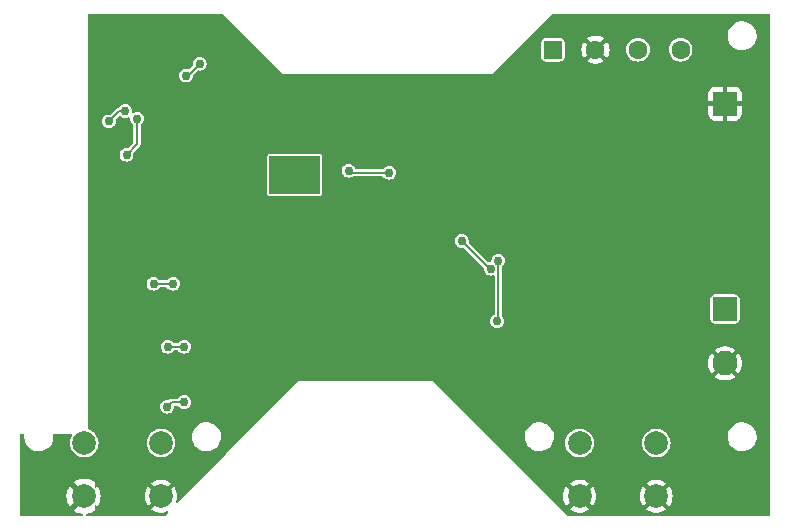
<source format=gbl>
%TF.GenerationSoftware,KiCad,Pcbnew,7.0.5+dfsg-2*%
%TF.CreationDate,2023-08-29T10:22:54-04:00*%
%TF.ProjectId,proto1_0,70726f74-6f31-45f3-902e-6b696361645f,rev?*%
%TF.SameCoordinates,Original*%
%TF.FileFunction,Copper,L2,Bot*%
%TF.FilePolarity,Positive*%
%FSLAX46Y46*%
G04 Gerber Fmt 4.6, Leading zero omitted, Abs format (unit mm)*
G04 Created by KiCad (PCBNEW 7.0.5+dfsg-2) date 2023-08-29 10:22:54*
%MOMM*%
%LPD*%
G01*
G04 APERTURE LIST*
G04 Aperture macros list*
%AMRoundRect*
0 Rectangle with rounded corners*
0 $1 Rounding radius*
0 $2 $3 $4 $5 $6 $7 $8 $9 X,Y pos of 4 corners*
0 Add a 4 corners polygon primitive as box body*
4,1,4,$2,$3,$4,$5,$6,$7,$8,$9,$2,$3,0*
0 Add four circle primitives for the rounded corners*
1,1,$1+$1,$2,$3*
1,1,$1+$1,$4,$5*
1,1,$1+$1,$6,$7*
1,1,$1+$1,$8,$9*
0 Add four rect primitives between the rounded corners*
20,1,$1+$1,$2,$3,$4,$5,0*
20,1,$1+$1,$4,$5,$6,$7,0*
20,1,$1+$1,$6,$7,$8,$9,0*
20,1,$1+$1,$8,$9,$2,$3,0*%
G04 Aperture macros list end*
%TA.AperFunction,ComponentPad*%
%ADD10RoundRect,0.250001X-0.799999X0.799999X-0.799999X-0.799999X0.799999X-0.799999X0.799999X0.799999X0*%
%TD*%
%TA.AperFunction,ComponentPad*%
%ADD11C,2.100000*%
%TD*%
%TA.AperFunction,ComponentPad*%
%ADD12RoundRect,0.250001X-0.799999X-0.799999X0.799999X-0.799999X0.799999X0.799999X-0.799999X0.799999X0*%
%TD*%
%TA.AperFunction,ComponentPad*%
%ADD13RoundRect,0.250000X-0.550000X-0.550000X0.550000X-0.550000X0.550000X0.550000X-0.550000X0.550000X0*%
%TD*%
%TA.AperFunction,ComponentPad*%
%ADD14C,1.600000*%
%TD*%
%TA.AperFunction,ComponentPad*%
%ADD15C,2.000000*%
%TD*%
%TA.AperFunction,ViaPad*%
%ADD16C,0.762000*%
%TD*%
%TA.AperFunction,Conductor*%
%ADD17C,0.203200*%
%TD*%
G04 APERTURE END LIST*
D10*
%TO.P,BT1,1,+*%
%TO.N,VCC*%
X136525000Y-75805000D03*
D11*
%TO.P,BT1,2,-*%
%TO.N,GND*%
X136525000Y-80405000D03*
%TD*%
D12*
%TO.P,J3,1,Pin_1*%
%TO.N,GND*%
X136525000Y-58420000D03*
%TD*%
D13*
%TO.P,J1,1,Pin_1*%
%TO.N,/E+*%
X121959000Y-53848000D03*
D14*
%TO.P,J1,2,Pin_2*%
%TO.N,GND*%
X125559000Y-53848000D03*
%TO.P,J1,3,Pin_3*%
%TO.N,/Aout+*%
X129159000Y-53848000D03*
%TO.P,J1,4,Pin_4*%
%TO.N,/Aout-*%
X132759000Y-53848000D03*
%TD*%
D15*
%TO.P,SW1,1,1*%
%TO.N,/SW1*%
X88771800Y-87158000D03*
X82271800Y-87158000D03*
%TO.P,SW1,2,2*%
%TO.N,GND*%
X88771800Y-91658000D03*
X82271800Y-91658000D03*
%TD*%
%TO.P,SW2,1,1*%
%TO.N,/SW2*%
X130707200Y-87158000D03*
X124207200Y-87158000D03*
%TO.P,SW2,2,2*%
%TO.N,GND*%
X130707200Y-91658000D03*
X124207200Y-91658000D03*
%TD*%
D16*
%TO.N,/ADC_CLK*%
X114236500Y-70040500D03*
X116691451Y-72390000D03*
%TO.N,GND*%
X131953000Y-78994000D03*
%TO.N,VCC*%
X101727000Y-65659000D03*
X100711000Y-65659000D03*
X98425000Y-65659000D03*
X98552000Y-63246000D03*
X101727000Y-63246000D03*
X100711000Y-63246000D03*
X99568000Y-63246000D03*
X99568000Y-65659000D03*
%TO.N,/ADC_CLK*%
X104648000Y-64084700D03*
X108077000Y-64262000D03*
%TO.N,/~{PWDN}*%
X117221000Y-76835000D03*
X117325951Y-71704700D03*
%TO.N,/~{VDDA_ON}*%
X92041962Y-55024038D03*
X90901538Y-56037462D03*
%TO.N,/DEBUG1*%
X89281000Y-84074000D03*
X90723220Y-83693000D03*
%TO.N,/DEBUG2*%
X89352620Y-78994000D03*
X90723220Y-78994000D03*
%TO.N,/DEBUG3*%
X89789000Y-73660000D03*
X88138000Y-73660000D03*
%TO.N,GND*%
X118745000Y-83185000D03*
X85090000Y-51308000D03*
X89154000Y-59309000D03*
X86106000Y-82169000D03*
%TO.N,/SWDIO*%
X85852000Y-62738000D03*
X86741000Y-59690000D03*
%TO.N,/SWDCLK*%
X84351419Y-59920581D03*
X85725000Y-59055000D03*
%TO.N,GND*%
X116586000Y-65659000D03*
X123571000Y-64897000D03*
X132207000Y-71869000D03*
X90678000Y-58039000D03*
X90424000Y-62738000D03*
X84963000Y-71628000D03*
X84582000Y-65024000D03*
X128016000Y-71374000D03*
X125095000Y-68834000D03*
X122047000Y-66802000D03*
%TD*%
D17*
%TO.N,/ADC_CLK*%
X114236500Y-70040500D02*
X116586000Y-72390000D01*
X116586000Y-72390000D02*
X116691451Y-72390000D01*
%TO.N,/~{PWDN}*%
X117221000Y-76835000D02*
X117325951Y-76730049D01*
X117325951Y-76730049D02*
X117325951Y-71704700D01*
%TO.N,VCC*%
X99568000Y-63246000D02*
X99568000Y-63373000D01*
%TO.N,/ADC_CLK*%
X104825300Y-64262000D02*
X104648000Y-64084700D01*
X108077000Y-64262000D02*
X104825300Y-64262000D01*
%TO.N,/~{VDDA_ON}*%
X90901538Y-56037462D02*
X91028538Y-56037462D01*
X91028538Y-56037462D02*
X92041962Y-55024038D01*
%TO.N,/DEBUG1*%
X89662000Y-83693000D02*
X89281000Y-84074000D01*
X90723220Y-83693000D02*
X89662000Y-83693000D01*
%TO.N,/DEBUG2*%
X89352620Y-78994000D02*
X90723220Y-78994000D01*
%TO.N,/DEBUG3*%
X88138000Y-73660000D02*
X89789000Y-73660000D01*
%TO.N,/SWDIO*%
X86741000Y-59690000D02*
X86741000Y-61849000D01*
X86741000Y-61849000D02*
X85852000Y-62738000D01*
%TO.N,/SWDCLK*%
X85217000Y-59055000D02*
X84351419Y-59920581D01*
X85725000Y-59055000D02*
X85217000Y-59055000D01*
%TD*%
%TA.AperFunction,Conductor*%
%TO.N,GND*%
G36*
X77159081Y-86379213D02*
G01*
X77195626Y-86429513D01*
X77200448Y-86465111D01*
X77191279Y-86669294D01*
X77191279Y-86669295D01*
X77220938Y-86888249D01*
X77220939Y-86888252D01*
X77289217Y-87098388D01*
X77342834Y-87198027D01*
X77393920Y-87292960D01*
X77531683Y-87465708D01*
X77698077Y-87611083D01*
X77698081Y-87611085D01*
X77698083Y-87611087D01*
X77887757Y-87724411D01*
X78094619Y-87802048D01*
X78094623Y-87802049D01*
X78312017Y-87841499D01*
X78312023Y-87841500D01*
X78312024Y-87841500D01*
X78477629Y-87841500D01*
X78477633Y-87841500D01*
X78642565Y-87826656D01*
X78855556Y-87767874D01*
X79054629Y-87672006D01*
X79233384Y-87542132D01*
X79386078Y-87382427D01*
X79507801Y-87198025D01*
X79594641Y-86994852D01*
X79643808Y-86779437D01*
X79653721Y-86558706D01*
X79642260Y-86474103D01*
X79653363Y-86412928D01*
X79698303Y-86369962D01*
X79741951Y-86360000D01*
X81164026Y-86360000D01*
X81223157Y-86379213D01*
X81259702Y-86429513D01*
X81259702Y-86491687D01*
X81246234Y-86517525D01*
X81246458Y-86517664D01*
X81244590Y-86520680D01*
X81244306Y-86521226D01*
X81244009Y-86521619D01*
X81244008Y-86521620D01*
X81144575Y-86721306D01*
X81144574Y-86721308D01*
X81083526Y-86935870D01*
X81083525Y-86935873D01*
X81062943Y-87158000D01*
X81083525Y-87380126D01*
X81083526Y-87380129D01*
X81144574Y-87594691D01*
X81144575Y-87594693D01*
X81244006Y-87794376D01*
X81244007Y-87794377D01*
X81244009Y-87794381D01*
X81279591Y-87841499D01*
X81378444Y-87972402D01*
X81543291Y-88122681D01*
X81543295Y-88122684D01*
X81543301Y-88122689D01*
X81732966Y-88240124D01*
X81940981Y-88320710D01*
X81994795Y-88330769D01*
X82160259Y-88361700D01*
X82160261Y-88361700D01*
X82383340Y-88361700D01*
X82466071Y-88346234D01*
X82602619Y-88320710D01*
X82810634Y-88240124D01*
X83000299Y-88122689D01*
X83165156Y-87972402D01*
X83185000Y-87946124D01*
X83185000Y-90467970D01*
X83095026Y-90397941D01*
X82876408Y-90279632D01*
X82876407Y-90279631D01*
X82641289Y-90198916D01*
X82396099Y-90158000D01*
X82147500Y-90158000D01*
X81902310Y-90198916D01*
X81667192Y-90279631D01*
X81667191Y-90279632D01*
X81448571Y-90397942D01*
X81448563Y-90397948D01*
X81401742Y-90434388D01*
X81401742Y-90434389D01*
X82100231Y-91132878D01*
X81983342Y-91183651D01*
X81866061Y-91279066D01*
X81778872Y-91402585D01*
X81748445Y-91488198D01*
X81048363Y-90788117D01*
X80948069Y-90941628D01*
X80848213Y-91169279D01*
X80787185Y-91410268D01*
X80766659Y-91657994D01*
X80766659Y-91658005D01*
X80787185Y-91905731D01*
X80848213Y-92146720D01*
X80948069Y-92374371D01*
X81048363Y-92527881D01*
X81745870Y-91830374D01*
X81748684Y-91843915D01*
X81818242Y-91978156D01*
X81921438Y-92088652D01*
X82050619Y-92167209D01*
X82101801Y-92181549D01*
X81401742Y-92881609D01*
X81401742Y-92881611D01*
X81448563Y-92918052D01*
X81667191Y-93036367D01*
X81667192Y-93036368D01*
X81902310Y-93117083D01*
X82070632Y-93145172D01*
X82125795Y-93173856D01*
X82153562Y-93229485D01*
X82143329Y-93290811D01*
X82099003Y-93334410D01*
X82054074Y-93345000D01*
X76935600Y-93345000D01*
X76876469Y-93325787D01*
X76839924Y-93275487D01*
X76835000Y-93244400D01*
X76835000Y-86460600D01*
X76854213Y-86401469D01*
X76904513Y-86364924D01*
X76935600Y-86360000D01*
X77099950Y-86360000D01*
X77159081Y-86379213D01*
G37*
%TD.AperFunction*%
%TA.AperFunction,Conductor*%
G36*
X83185000Y-93345000D02*
G01*
X82550000Y-93345000D01*
X82489526Y-93345000D01*
X82430395Y-93325787D01*
X82393850Y-93275487D01*
X82393850Y-93213313D01*
X82430395Y-93163013D01*
X82472968Y-93145172D01*
X82641289Y-93117083D01*
X82876407Y-93036368D01*
X82876408Y-93036367D01*
X83095030Y-92918056D01*
X83185000Y-92848029D01*
X83185000Y-93345000D01*
G37*
%TD.AperFunction*%
%TD*%
%TA.AperFunction,Conductor*%
%TO.N,GND*%
G36*
X93997461Y-50819213D02*
G01*
X94009465Y-50829465D01*
X99060000Y-55880000D01*
X116840000Y-55880000D01*
X118267356Y-54452644D01*
X120955300Y-54452644D01*
X120955301Y-54452655D01*
X120958173Y-54483298D01*
X120958173Y-54483300D01*
X120958174Y-54483301D01*
X120968672Y-54513302D01*
X121003346Y-54612395D01*
X121058099Y-54686583D01*
X121084562Y-54722438D01*
X121194605Y-54803654D01*
X121323699Y-54848826D01*
X121354347Y-54851700D01*
X122563652Y-54851699D01*
X122594301Y-54848826D01*
X122723395Y-54803654D01*
X122833438Y-54722438D01*
X122914654Y-54612395D01*
X122959826Y-54483301D01*
X122962700Y-54452653D01*
X122962699Y-53848000D01*
X124372940Y-53848000D01*
X124393134Y-54065933D01*
X124393134Y-54065934D01*
X124453032Y-54276456D01*
X124453035Y-54276462D01*
X124550586Y-54472371D01*
X124550589Y-54472375D01*
X124599907Y-54537684D01*
X125260417Y-53877173D01*
X125265454Y-53931521D01*
X125315448Y-54031922D01*
X125398334Y-54107484D01*
X125502920Y-54148000D01*
X125528407Y-54148000D01*
X124867505Y-54808900D01*
X125030327Y-54909716D01*
X125030332Y-54909718D01*
X125234411Y-54988780D01*
X125234425Y-54988784D01*
X125449562Y-55029000D01*
X125668437Y-55029000D01*
X125883574Y-54988784D01*
X125883588Y-54988780D01*
X126087667Y-54909718D01*
X126087672Y-54909716D01*
X126250493Y-54808901D01*
X126250493Y-54808900D01*
X125589153Y-54147560D01*
X125669250Y-54132588D01*
X125764610Y-54073543D01*
X125832201Y-53984038D01*
X125861493Y-53881086D01*
X126518091Y-54537684D01*
X126567409Y-54472379D01*
X126567411Y-54472374D01*
X126664964Y-54276462D01*
X126664967Y-54276456D01*
X126724865Y-54065934D01*
X126724865Y-54065933D01*
X126745059Y-53848000D01*
X128150444Y-53848000D01*
X128169823Y-54044763D01*
X128227214Y-54233955D01*
X128227216Y-54233961D01*
X128320411Y-54408317D01*
X128320416Y-54408324D01*
X128445843Y-54561157D01*
X128508277Y-54612395D01*
X128598675Y-54686583D01*
X128598682Y-54686588D01*
X128773038Y-54779783D01*
X128773044Y-54779785D01*
X128962236Y-54837176D01*
X128962237Y-54837176D01*
X128962240Y-54837177D01*
X129159000Y-54856556D01*
X129355760Y-54837177D01*
X129544958Y-54779784D01*
X129544961Y-54779783D01*
X129719317Y-54686588D01*
X129719318Y-54686586D01*
X129719324Y-54686584D01*
X129872157Y-54561157D01*
X129997584Y-54408324D01*
X129997588Y-54408317D01*
X130090783Y-54233961D01*
X130090785Y-54233955D01*
X130148176Y-54044763D01*
X130148175Y-54044763D01*
X130148177Y-54044760D01*
X130167556Y-53848000D01*
X131750444Y-53848000D01*
X131769823Y-54044763D01*
X131827214Y-54233955D01*
X131827216Y-54233961D01*
X131920411Y-54408317D01*
X131920416Y-54408324D01*
X132045843Y-54561157D01*
X132108277Y-54612395D01*
X132198675Y-54686583D01*
X132198682Y-54686588D01*
X132373038Y-54779783D01*
X132373044Y-54779785D01*
X132562236Y-54837176D01*
X132562237Y-54837176D01*
X132562240Y-54837177D01*
X132759000Y-54856556D01*
X132955760Y-54837177D01*
X133144958Y-54779784D01*
X133144961Y-54779783D01*
X133319317Y-54686588D01*
X133319318Y-54686586D01*
X133319324Y-54686584D01*
X133472157Y-54561157D01*
X133597584Y-54408324D01*
X133597588Y-54408317D01*
X133690783Y-54233961D01*
X133690785Y-54233955D01*
X133748176Y-54044763D01*
X133748175Y-54044763D01*
X133748177Y-54044760D01*
X133767556Y-53848000D01*
X133748177Y-53651240D01*
X133733053Y-53601382D01*
X133690785Y-53462044D01*
X133690783Y-53462038D01*
X133597588Y-53287682D01*
X133597583Y-53287675D01*
X133572636Y-53257277D01*
X133472157Y-53134843D01*
X133319324Y-53009416D01*
X133319317Y-53009411D01*
X133144961Y-52916216D01*
X133144955Y-52916214D01*
X132955763Y-52858823D01*
X132808189Y-52844288D01*
X132759000Y-52839444D01*
X132758999Y-52839444D01*
X132562236Y-52858823D01*
X132373044Y-52916214D01*
X132373038Y-52916216D01*
X132198682Y-53009411D01*
X132198675Y-53009416D01*
X132045843Y-53134843D01*
X131920416Y-53287675D01*
X131920411Y-53287682D01*
X131827216Y-53462038D01*
X131827214Y-53462044D01*
X131769823Y-53651236D01*
X131750444Y-53848000D01*
X130167556Y-53848000D01*
X130148177Y-53651240D01*
X130133053Y-53601382D01*
X130090785Y-53462044D01*
X130090783Y-53462038D01*
X129997588Y-53287682D01*
X129997583Y-53287675D01*
X129972636Y-53257277D01*
X129872157Y-53134843D01*
X129719324Y-53009416D01*
X129719317Y-53009411D01*
X129544961Y-52916216D01*
X129544955Y-52916214D01*
X129355763Y-52858823D01*
X129208189Y-52844288D01*
X129159000Y-52839444D01*
X129158999Y-52839444D01*
X128962236Y-52858823D01*
X128773044Y-52916214D01*
X128773038Y-52916216D01*
X128598682Y-53009411D01*
X128598675Y-53009416D01*
X128445843Y-53134843D01*
X128320416Y-53287675D01*
X128320411Y-53287682D01*
X128227216Y-53462038D01*
X128227214Y-53462044D01*
X128169823Y-53651236D01*
X128150444Y-53848000D01*
X126745059Y-53848000D01*
X126724865Y-53630066D01*
X126724865Y-53630065D01*
X126664967Y-53419543D01*
X126664964Y-53419537D01*
X126567411Y-53223625D01*
X126567405Y-53223614D01*
X126518093Y-53158314D01*
X126518091Y-53158314D01*
X125857581Y-53818824D01*
X125852546Y-53764479D01*
X125802552Y-53664078D01*
X125719666Y-53588516D01*
X125615080Y-53548000D01*
X125589590Y-53548000D01*
X126250493Y-52887097D01*
X126087672Y-52786283D01*
X126087667Y-52786281D01*
X125938636Y-52728545D01*
X136741579Y-52728545D01*
X136771238Y-52947499D01*
X136771239Y-52947502D01*
X136839517Y-53157638D01*
X136893134Y-53257277D01*
X136944220Y-53352210D01*
X137081983Y-53524958D01*
X137248377Y-53670333D01*
X137248381Y-53670335D01*
X137248383Y-53670337D01*
X137438057Y-53783661D01*
X137644919Y-53861298D01*
X137644923Y-53861299D01*
X137862317Y-53900749D01*
X137862323Y-53900750D01*
X137862324Y-53900750D01*
X138027929Y-53900750D01*
X138027933Y-53900750D01*
X138192865Y-53885906D01*
X138405856Y-53827124D01*
X138604929Y-53731256D01*
X138783684Y-53601382D01*
X138936378Y-53441677D01*
X139058101Y-53257275D01*
X139144941Y-53054102D01*
X139194108Y-52838687D01*
X139204021Y-52617956D01*
X139174362Y-52399001D01*
X139106083Y-52188862D01*
X139001380Y-51994290D01*
X138863617Y-51821542D01*
X138697223Y-51676167D01*
X138697218Y-51676164D01*
X138697216Y-51676162D01*
X138507542Y-51562838D01*
X138300680Y-51485201D01*
X138300676Y-51485200D01*
X138083282Y-51445750D01*
X138083277Y-51445750D01*
X137917667Y-51445750D01*
X137785721Y-51457625D01*
X137752734Y-51460594D01*
X137539744Y-51519375D01*
X137539738Y-51519378D01*
X137340673Y-51615242D01*
X137340670Y-51615244D01*
X137256825Y-51676162D01*
X137161916Y-51745118D01*
X137161913Y-51745120D01*
X137161913Y-51745121D01*
X137009220Y-51904825D01*
X137009219Y-51904826D01*
X136887500Y-52089222D01*
X136887499Y-52089225D01*
X136800659Y-52292398D01*
X136751492Y-52507813D01*
X136746546Y-52617956D01*
X136741579Y-52728545D01*
X125938636Y-52728545D01*
X125883588Y-52707219D01*
X125883574Y-52707215D01*
X125668438Y-52667000D01*
X125449562Y-52667000D01*
X125234425Y-52707215D01*
X125234411Y-52707219D01*
X125030332Y-52786281D01*
X125030327Y-52786283D01*
X124867505Y-52887097D01*
X125528847Y-53548439D01*
X125448750Y-53563412D01*
X125353390Y-53622457D01*
X125285799Y-53711962D01*
X125256506Y-53814913D01*
X124599907Y-53158314D01*
X124599905Y-53158314D01*
X124550595Y-53223612D01*
X124550589Y-53223622D01*
X124453034Y-53419537D01*
X124453032Y-53419543D01*
X124393134Y-53630065D01*
X124393134Y-53630066D01*
X124372940Y-53848000D01*
X122962699Y-53848000D01*
X122962699Y-53243348D01*
X122959826Y-53212699D01*
X122914654Y-53083605D01*
X122833438Y-52973562D01*
X122755737Y-52916216D01*
X122723395Y-52892346D01*
X122708394Y-52887097D01*
X122594301Y-52847174D01*
X122563653Y-52844300D01*
X122563647Y-52844300D01*
X121354355Y-52844300D01*
X121354344Y-52844301D01*
X121323701Y-52847173D01*
X121194604Y-52892346D01*
X121084562Y-52973561D01*
X121084561Y-52973562D01*
X121003346Y-53083604D01*
X121003345Y-53083605D01*
X121003346Y-53083605D01*
X120958174Y-53212699D01*
X120955301Y-53243344D01*
X120955300Y-53243352D01*
X120955300Y-54452644D01*
X118267356Y-54452644D01*
X121890535Y-50829465D01*
X121945933Y-50801239D01*
X121961670Y-50800000D01*
X140234400Y-50800000D01*
X140293531Y-50819213D01*
X140330076Y-50869513D01*
X140335000Y-50900600D01*
X140335000Y-93244400D01*
X140315787Y-93303531D01*
X140265487Y-93340076D01*
X140234400Y-93345000D01*
X123231670Y-93345000D01*
X123172539Y-93325787D01*
X123160535Y-93315535D01*
X121503004Y-91658004D01*
X122821466Y-91658004D01*
X122840365Y-91886077D01*
X122896550Y-92107947D01*
X122988487Y-92317541D01*
X123102989Y-92492800D01*
X123707221Y-91888568D01*
X123753642Y-91978156D01*
X123856838Y-92088652D01*
X123974439Y-92160167D01*
X123374623Y-92759983D01*
X123449283Y-92818093D01*
X123650556Y-92927016D01*
X123650557Y-92927017D01*
X123867023Y-93001329D01*
X124092761Y-93038999D01*
X124092771Y-93039000D01*
X124321629Y-93039000D01*
X124321638Y-93038999D01*
X124547376Y-93001329D01*
X124763842Y-92927017D01*
X124763843Y-92927016D01*
X124965118Y-92818092D01*
X124965122Y-92818089D01*
X125039775Y-92759983D01*
X124437432Y-92157640D01*
X124495658Y-92132349D01*
X124612939Y-92036934D01*
X124700128Y-91913415D01*
X124708491Y-91889883D01*
X125311409Y-92492801D01*
X125425912Y-92317541D01*
X125517849Y-92107947D01*
X125574034Y-91886077D01*
X125592933Y-91658004D01*
X129321466Y-91658004D01*
X129340365Y-91886077D01*
X129396550Y-92107947D01*
X129488487Y-92317541D01*
X129602989Y-92492800D01*
X130207221Y-91888568D01*
X130253642Y-91978156D01*
X130356838Y-92088652D01*
X130474439Y-92160167D01*
X129874623Y-92759983D01*
X129949283Y-92818093D01*
X130150556Y-92927016D01*
X130150557Y-92927017D01*
X130367023Y-93001329D01*
X130592761Y-93038999D01*
X130592771Y-93039000D01*
X130821629Y-93039000D01*
X130821638Y-93038999D01*
X131047376Y-93001329D01*
X131263842Y-92927017D01*
X131263843Y-92927016D01*
X131465118Y-92818092D01*
X131465122Y-92818089D01*
X131539775Y-92759983D01*
X130937432Y-92157640D01*
X130995658Y-92132349D01*
X131112939Y-92036934D01*
X131200128Y-91913415D01*
X131208491Y-91889883D01*
X131811409Y-92492801D01*
X131925912Y-92317541D01*
X132017849Y-92107947D01*
X132074034Y-91886077D01*
X132092933Y-91658004D01*
X132092933Y-91657995D01*
X132074034Y-91429922D01*
X132017849Y-91208052D01*
X131925912Y-90998458D01*
X131811409Y-90823197D01*
X131207177Y-91427428D01*
X131160758Y-91337844D01*
X131057562Y-91227348D01*
X130939958Y-91155831D01*
X131539775Y-90556015D01*
X131465116Y-90497906D01*
X131263843Y-90388983D01*
X131263842Y-90388982D01*
X131047376Y-90314670D01*
X130821638Y-90277000D01*
X130592761Y-90277000D01*
X130367023Y-90314670D01*
X130150557Y-90388982D01*
X130150556Y-90388983D01*
X129949279Y-90497908D01*
X129874623Y-90556014D01*
X129874623Y-90556015D01*
X130476967Y-91158359D01*
X130418742Y-91183651D01*
X130301461Y-91279066D01*
X130214272Y-91402585D01*
X130205908Y-91426116D01*
X129602990Y-90823198D01*
X129488485Y-90998461D01*
X129396550Y-91208052D01*
X129340365Y-91429922D01*
X129321466Y-91657995D01*
X129321466Y-91658004D01*
X125592933Y-91658004D01*
X125592933Y-91657995D01*
X125574034Y-91429922D01*
X125517849Y-91208052D01*
X125425912Y-90998458D01*
X125311409Y-90823197D01*
X124707177Y-91427429D01*
X124660758Y-91337844D01*
X124557562Y-91227348D01*
X124439958Y-91155831D01*
X125039775Y-90556015D01*
X124965116Y-90497906D01*
X124763843Y-90388983D01*
X124763842Y-90388982D01*
X124547376Y-90314670D01*
X124321638Y-90277000D01*
X124092761Y-90277000D01*
X123867023Y-90314670D01*
X123650557Y-90388982D01*
X123650556Y-90388983D01*
X123449279Y-90497908D01*
X123374623Y-90556014D01*
X123374623Y-90556015D01*
X123976967Y-91158359D01*
X123918742Y-91183651D01*
X123801461Y-91279066D01*
X123714272Y-91402585D01*
X123705908Y-91426116D01*
X123102990Y-90823198D01*
X122988485Y-90998461D01*
X122896550Y-91208052D01*
X122840365Y-91429922D01*
X122821466Y-91657995D01*
X122821466Y-91658004D01*
X121503004Y-91658004D01*
X116514295Y-86669295D01*
X119571179Y-86669295D01*
X119600838Y-86888249D01*
X119600839Y-86888252D01*
X119669117Y-87098388D01*
X119722734Y-87198027D01*
X119773820Y-87292960D01*
X119911583Y-87465708D01*
X120077977Y-87611083D01*
X120077981Y-87611085D01*
X120077983Y-87611087D01*
X120267657Y-87724411D01*
X120474519Y-87802048D01*
X120474523Y-87802049D01*
X120691917Y-87841499D01*
X120691923Y-87841500D01*
X120691924Y-87841500D01*
X120857529Y-87841500D01*
X120857533Y-87841500D01*
X121022465Y-87826656D01*
X121235456Y-87767874D01*
X121434529Y-87672006D01*
X121613284Y-87542132D01*
X121765978Y-87382427D01*
X121887701Y-87198025D01*
X121904808Y-87158000D01*
X122998343Y-87158000D01*
X123018925Y-87380126D01*
X123018926Y-87380129D01*
X123079974Y-87594691D01*
X123079975Y-87594693D01*
X123179406Y-87794376D01*
X123179407Y-87794377D01*
X123179409Y-87794381D01*
X123214991Y-87841499D01*
X123313844Y-87972402D01*
X123478691Y-88122681D01*
X123478695Y-88122684D01*
X123478701Y-88122689D01*
X123668366Y-88240124D01*
X123876381Y-88320710D01*
X123876392Y-88320712D01*
X124095659Y-88361700D01*
X124095661Y-88361700D01*
X124318740Y-88361700D01*
X124401471Y-88346234D01*
X124538019Y-88320710D01*
X124746034Y-88240124D01*
X124935699Y-88122689D01*
X125100556Y-87972402D01*
X125234991Y-87794381D01*
X125334426Y-87594690D01*
X125395474Y-87380127D01*
X125416057Y-87158000D01*
X129498343Y-87158000D01*
X129518925Y-87380126D01*
X129518926Y-87380129D01*
X129579974Y-87594691D01*
X129579975Y-87594693D01*
X129679406Y-87794376D01*
X129679407Y-87794377D01*
X129679409Y-87794381D01*
X129714991Y-87841499D01*
X129813844Y-87972402D01*
X129978691Y-88122681D01*
X129978695Y-88122684D01*
X129978701Y-88122689D01*
X130168366Y-88240124D01*
X130376381Y-88320710D01*
X130376392Y-88320712D01*
X130595659Y-88361700D01*
X130595661Y-88361700D01*
X130818740Y-88361700D01*
X130901471Y-88346234D01*
X131038019Y-88320710D01*
X131246034Y-88240124D01*
X131435699Y-88122689D01*
X131600556Y-87972402D01*
X131734991Y-87794381D01*
X131834426Y-87594690D01*
X131895474Y-87380127D01*
X131916057Y-87158000D01*
X131895474Y-86935873D01*
X131834426Y-86721310D01*
X131808525Y-86669295D01*
X136741579Y-86669295D01*
X136771238Y-86888249D01*
X136771239Y-86888252D01*
X136839517Y-87098388D01*
X136893134Y-87198027D01*
X136944220Y-87292960D01*
X137081983Y-87465708D01*
X137248377Y-87611083D01*
X137248381Y-87611085D01*
X137248383Y-87611087D01*
X137438057Y-87724411D01*
X137644919Y-87802048D01*
X137644923Y-87802049D01*
X137862317Y-87841499D01*
X137862323Y-87841500D01*
X137862324Y-87841500D01*
X138027929Y-87841500D01*
X138027933Y-87841500D01*
X138192865Y-87826656D01*
X138405856Y-87767874D01*
X138604929Y-87672006D01*
X138783684Y-87542132D01*
X138936378Y-87382427D01*
X139058101Y-87198025D01*
X139144941Y-86994852D01*
X139194108Y-86779437D01*
X139204021Y-86558706D01*
X139174362Y-86339751D01*
X139106083Y-86129612D01*
X139001380Y-85935040D01*
X138863617Y-85762292D01*
X138697223Y-85616917D01*
X138697218Y-85616914D01*
X138697216Y-85616912D01*
X138507542Y-85503588D01*
X138300680Y-85425951D01*
X138300676Y-85425950D01*
X138083282Y-85386500D01*
X138083277Y-85386500D01*
X137917667Y-85386500D01*
X137785721Y-85398375D01*
X137752734Y-85401344D01*
X137539744Y-85460125D01*
X137539738Y-85460128D01*
X137340673Y-85555992D01*
X137340670Y-85555994D01*
X137256825Y-85616912D01*
X137161916Y-85685868D01*
X137161913Y-85685870D01*
X137161913Y-85685871D01*
X137009220Y-85845575D01*
X137009219Y-85845576D01*
X136887500Y-86029972D01*
X136887499Y-86029975D01*
X136800659Y-86233148D01*
X136751492Y-86448563D01*
X136746546Y-86558706D01*
X136741579Y-86669295D01*
X131808525Y-86669295D01*
X131734991Y-86521619D01*
X131600556Y-86343598D01*
X131596332Y-86339747D01*
X131435708Y-86193318D01*
X131435703Y-86193314D01*
X131435699Y-86193311D01*
X131246034Y-86075876D01*
X131246030Y-86075874D01*
X131038017Y-85995289D01*
X131038012Y-85995288D01*
X130818741Y-85954300D01*
X130818739Y-85954300D01*
X130595661Y-85954300D01*
X130595659Y-85954300D01*
X130376387Y-85995288D01*
X130376382Y-85995289D01*
X130168369Y-86075874D01*
X130168365Y-86075876D01*
X130081579Y-86129612D01*
X129978701Y-86193311D01*
X129978699Y-86193312D01*
X129978700Y-86193312D01*
X129978691Y-86193318D01*
X129813844Y-86343597D01*
X129756674Y-86419302D01*
X129679409Y-86521619D01*
X129679407Y-86521623D01*
X129679406Y-86521623D01*
X129579975Y-86721306D01*
X129579974Y-86721308D01*
X129518926Y-86935870D01*
X129518925Y-86935873D01*
X129498343Y-87158000D01*
X125416057Y-87158000D01*
X125395474Y-86935873D01*
X125334426Y-86721310D01*
X125234991Y-86521619D01*
X125100556Y-86343598D01*
X125096332Y-86339747D01*
X124935708Y-86193318D01*
X124935703Y-86193314D01*
X124935699Y-86193311D01*
X124746034Y-86075876D01*
X124746030Y-86075874D01*
X124538017Y-85995289D01*
X124538012Y-85995288D01*
X124318741Y-85954300D01*
X124318739Y-85954300D01*
X124095661Y-85954300D01*
X124095659Y-85954300D01*
X123876387Y-85995288D01*
X123876382Y-85995289D01*
X123668369Y-86075874D01*
X123668365Y-86075876D01*
X123581579Y-86129612D01*
X123478701Y-86193311D01*
X123478699Y-86193312D01*
X123478700Y-86193312D01*
X123478691Y-86193318D01*
X123313844Y-86343597D01*
X123256674Y-86419302D01*
X123179409Y-86521619D01*
X123179407Y-86521623D01*
X123179406Y-86521623D01*
X123079975Y-86721306D01*
X123079974Y-86721308D01*
X123018926Y-86935870D01*
X123018925Y-86935873D01*
X122998343Y-87158000D01*
X121904808Y-87158000D01*
X121974541Y-86994852D01*
X122023708Y-86779437D01*
X122033621Y-86558706D01*
X122003962Y-86339751D01*
X121935683Y-86129612D01*
X121830980Y-85935040D01*
X121693217Y-85762292D01*
X121526823Y-85616917D01*
X121526818Y-85616914D01*
X121526816Y-85616912D01*
X121337142Y-85503588D01*
X121130280Y-85425951D01*
X121130276Y-85425950D01*
X120912882Y-85386500D01*
X120912877Y-85386500D01*
X120747267Y-85386500D01*
X120615321Y-85398375D01*
X120582334Y-85401344D01*
X120369344Y-85460125D01*
X120369338Y-85460128D01*
X120170273Y-85555992D01*
X120170270Y-85555994D01*
X120086425Y-85616912D01*
X119991516Y-85685868D01*
X119991513Y-85685870D01*
X119991513Y-85685871D01*
X119838820Y-85845575D01*
X119838819Y-85845576D01*
X119717100Y-86029972D01*
X119717099Y-86029975D01*
X119630259Y-86233148D01*
X119581092Y-86448563D01*
X119576146Y-86558706D01*
X119571179Y-86669295D01*
X116514295Y-86669295D01*
X111760000Y-81915000D01*
X100330000Y-81915000D01*
X94260262Y-88122687D01*
X90239366Y-92234966D01*
X90184289Y-92263813D01*
X90122775Y-92254778D01*
X90078320Y-92211311D01*
X90067904Y-92150015D01*
X90075310Y-92124222D01*
X90082449Y-92107947D01*
X90138634Y-91886077D01*
X90157533Y-91658004D01*
X90157533Y-91657995D01*
X90138634Y-91429922D01*
X90082449Y-91208052D01*
X89990512Y-90998458D01*
X89876009Y-90823198D01*
X89271777Y-91427429D01*
X89225358Y-91337844D01*
X89122162Y-91227348D01*
X89004558Y-91155831D01*
X89604375Y-90556015D01*
X89529716Y-90497906D01*
X89328443Y-90388983D01*
X89328442Y-90388982D01*
X89111976Y-90314670D01*
X88886238Y-90277000D01*
X88657361Y-90277000D01*
X88431623Y-90314670D01*
X88215157Y-90388982D01*
X88215156Y-90388983D01*
X88013879Y-90497908D01*
X87939223Y-90556014D01*
X87939223Y-90556015D01*
X88541567Y-91158359D01*
X88483342Y-91183651D01*
X88366061Y-91279066D01*
X88278872Y-91402585D01*
X88270508Y-91426116D01*
X87667590Y-90823198D01*
X87553085Y-90998461D01*
X87461150Y-91208052D01*
X87404965Y-91429922D01*
X87386067Y-91657995D01*
X87386067Y-91658004D01*
X87404965Y-91886077D01*
X87461150Y-92107947D01*
X87553087Y-92317541D01*
X87667589Y-92492800D01*
X88271821Y-91888568D01*
X88318242Y-91978156D01*
X88421438Y-92088652D01*
X88539039Y-92160167D01*
X87939223Y-92759983D01*
X88013883Y-92818093D01*
X88215156Y-92927016D01*
X88215157Y-92927017D01*
X88431623Y-93001329D01*
X88657361Y-93038999D01*
X88657371Y-93039000D01*
X88886229Y-93039000D01*
X88886238Y-93038999D01*
X89111976Y-93001329D01*
X89280054Y-92943628D01*
X89342220Y-92942600D01*
X89393117Y-92978308D01*
X89413305Y-93037113D01*
X89395073Y-93096554D01*
X89384649Y-93109108D01*
X89183596Y-93314731D01*
X89128519Y-93343578D01*
X89111666Y-93345000D01*
X83185000Y-93345000D01*
X83185000Y-92301792D01*
X83376009Y-92492801D01*
X83490512Y-92317541D01*
X83582449Y-92107947D01*
X83638634Y-91886077D01*
X83657533Y-91658004D01*
X83657533Y-91657995D01*
X83638634Y-91429922D01*
X83582449Y-91208052D01*
X83490512Y-90998458D01*
X83376009Y-90823197D01*
X83185000Y-91014205D01*
X83185000Y-87946124D01*
X83299591Y-87794381D01*
X83399026Y-87594690D01*
X83460074Y-87380127D01*
X83480657Y-87158000D01*
X87562943Y-87158000D01*
X87583525Y-87380126D01*
X87583526Y-87380129D01*
X87644574Y-87594691D01*
X87644575Y-87594693D01*
X87744006Y-87794376D01*
X87744007Y-87794377D01*
X87744009Y-87794381D01*
X87779591Y-87841499D01*
X87878444Y-87972402D01*
X88043291Y-88122681D01*
X88043295Y-88122684D01*
X88043301Y-88122689D01*
X88232966Y-88240124D01*
X88440981Y-88320710D01*
X88440992Y-88320712D01*
X88660259Y-88361700D01*
X88660261Y-88361700D01*
X88883340Y-88361700D01*
X88966071Y-88346234D01*
X89102619Y-88320710D01*
X89310634Y-88240124D01*
X89500299Y-88122689D01*
X89665156Y-87972402D01*
X89799591Y-87794381D01*
X89899026Y-87594690D01*
X89960074Y-87380127D01*
X89980657Y-87158000D01*
X89960074Y-86935873D01*
X89899026Y-86721310D01*
X89873125Y-86669295D01*
X91389879Y-86669295D01*
X91419538Y-86888249D01*
X91419539Y-86888252D01*
X91487817Y-87098388D01*
X91541434Y-87198027D01*
X91592520Y-87292960D01*
X91730283Y-87465708D01*
X91896677Y-87611083D01*
X91896681Y-87611085D01*
X91896683Y-87611087D01*
X92086357Y-87724411D01*
X92293219Y-87802048D01*
X92293223Y-87802049D01*
X92510617Y-87841499D01*
X92510623Y-87841500D01*
X92510624Y-87841500D01*
X92676229Y-87841500D01*
X92676233Y-87841500D01*
X92841165Y-87826656D01*
X93054156Y-87767874D01*
X93253229Y-87672006D01*
X93431984Y-87542132D01*
X93584678Y-87382427D01*
X93706401Y-87198025D01*
X93793241Y-86994852D01*
X93842408Y-86779437D01*
X93852321Y-86558706D01*
X93822662Y-86339751D01*
X93754383Y-86129612D01*
X93649680Y-85935040D01*
X93511917Y-85762292D01*
X93345523Y-85616917D01*
X93345518Y-85616914D01*
X93345516Y-85616912D01*
X93155842Y-85503588D01*
X92948980Y-85425951D01*
X92948976Y-85425950D01*
X92731582Y-85386500D01*
X92731577Y-85386500D01*
X92565967Y-85386500D01*
X92434021Y-85398375D01*
X92401034Y-85401344D01*
X92188044Y-85460125D01*
X92188038Y-85460128D01*
X91988973Y-85555992D01*
X91988970Y-85555994D01*
X91905125Y-85616912D01*
X91810216Y-85685868D01*
X91810213Y-85685870D01*
X91810213Y-85685871D01*
X91657520Y-85845575D01*
X91657519Y-85845576D01*
X91535800Y-86029972D01*
X91535799Y-86029975D01*
X91448959Y-86233148D01*
X91399792Y-86448563D01*
X91394846Y-86558706D01*
X91389879Y-86669295D01*
X89873125Y-86669295D01*
X89799591Y-86521619D01*
X89665156Y-86343598D01*
X89660932Y-86339747D01*
X89500308Y-86193318D01*
X89500303Y-86193314D01*
X89500299Y-86193311D01*
X89310634Y-86075876D01*
X89310630Y-86075874D01*
X89102617Y-85995289D01*
X89102612Y-85995288D01*
X88883341Y-85954300D01*
X88883339Y-85954300D01*
X88660261Y-85954300D01*
X88660259Y-85954300D01*
X88440987Y-85995288D01*
X88440982Y-85995289D01*
X88232969Y-86075874D01*
X88232965Y-86075876D01*
X88146179Y-86129612D01*
X88043301Y-86193311D01*
X88043299Y-86193312D01*
X88043300Y-86193312D01*
X88043291Y-86193318D01*
X87878444Y-86343597D01*
X87821274Y-86419302D01*
X87744009Y-86521619D01*
X87744007Y-86521623D01*
X87744006Y-86521623D01*
X87644575Y-86721306D01*
X87644574Y-86721308D01*
X87583526Y-86935870D01*
X87583525Y-86935873D01*
X87562943Y-87158000D01*
X83480657Y-87158000D01*
X83460074Y-86935873D01*
X83399026Y-86721310D01*
X83299591Y-86521619D01*
X83185000Y-86369875D01*
X83185000Y-86360000D01*
X83177542Y-86360000D01*
X83165156Y-86343598D01*
X83160932Y-86339747D01*
X83000308Y-86193318D01*
X83000303Y-86193314D01*
X83000299Y-86193311D01*
X82810634Y-86075876D01*
X82810630Y-86075874D01*
X82614259Y-85999799D01*
X82566061Y-85960522D01*
X82550000Y-85905992D01*
X82550000Y-84074003D01*
X88691255Y-84074003D01*
X88711349Y-84226637D01*
X88770263Y-84368868D01*
X88770267Y-84368875D01*
X88853230Y-84476995D01*
X88863987Y-84491013D01*
X88863990Y-84491015D01*
X88986124Y-84584732D01*
X88986131Y-84584736D01*
X89128362Y-84643650D01*
X89280997Y-84663745D01*
X89281000Y-84663745D01*
X89281003Y-84663745D01*
X89433637Y-84643650D01*
X89575868Y-84584736D01*
X89575867Y-84584736D01*
X89575873Y-84584734D01*
X89698013Y-84491013D01*
X89791734Y-84368873D01*
X89850650Y-84226637D01*
X89853665Y-84203734D01*
X89869196Y-84085769D01*
X89895962Y-84029652D01*
X89950602Y-83999985D01*
X89968935Y-83998300D01*
X90170877Y-83998300D01*
X90230008Y-84017513D01*
X90250688Y-84037659D01*
X90306207Y-84110013D01*
X90306210Y-84110015D01*
X90428344Y-84203732D01*
X90428351Y-84203736D01*
X90570582Y-84262650D01*
X90723217Y-84282745D01*
X90723220Y-84282745D01*
X90723223Y-84282745D01*
X90875857Y-84262650D01*
X91018088Y-84203736D01*
X91018087Y-84203736D01*
X91018093Y-84203734D01*
X91140233Y-84110013D01*
X91233954Y-83987873D01*
X91292870Y-83845637D01*
X91312965Y-83693000D01*
X91312965Y-83692996D01*
X91292870Y-83540363D01*
X91233954Y-83398128D01*
X91140233Y-83275987D01*
X91018090Y-83182264D01*
X91018088Y-83182263D01*
X90875857Y-83123349D01*
X90723223Y-83103255D01*
X90723217Y-83103255D01*
X90570583Y-83123349D01*
X90428348Y-83182265D01*
X90306207Y-83275987D01*
X90250689Y-83348341D01*
X90199450Y-83383557D01*
X90170877Y-83387700D01*
X89728211Y-83387700D01*
X89714314Y-83385432D01*
X89714141Y-83386678D01*
X89704910Y-83385390D01*
X89656104Y-83387646D01*
X89653781Y-83387700D01*
X89633707Y-83387700D01*
X89630154Y-83388363D01*
X89623241Y-83389165D01*
X89590895Y-83390661D01*
X89590890Y-83390662D01*
X89581758Y-83394694D01*
X89559618Y-83401549D01*
X89549806Y-83403383D01*
X89549804Y-83403384D01*
X89522267Y-83420434D01*
X89516098Y-83423685D01*
X89486474Y-83436766D01*
X89479409Y-83443830D01*
X89461250Y-83458213D01*
X89452761Y-83463469D01*
X89445871Y-83469752D01*
X89443163Y-83466781D01*
X89406986Y-83491884D01*
X89364854Y-83495294D01*
X89281002Y-83484255D01*
X89280997Y-83484255D01*
X89128363Y-83504349D01*
X88986128Y-83563265D01*
X88863987Y-83656987D01*
X88770265Y-83779128D01*
X88711349Y-83921363D01*
X88691255Y-84073996D01*
X88691255Y-84074003D01*
X82550000Y-84074003D01*
X82550000Y-80405005D01*
X135089096Y-80405005D01*
X135108678Y-80641335D01*
X135166897Y-80871237D01*
X135262163Y-81088420D01*
X135384665Y-81275924D01*
X136025021Y-80635568D01*
X136071442Y-80725156D01*
X136174638Y-80835652D01*
X136292239Y-80907167D01*
X135656794Y-81542612D01*
X135739642Y-81607095D01*
X135948203Y-81719962D01*
X135948204Y-81719963D01*
X136172506Y-81796965D01*
X136406418Y-81835999D01*
X136406428Y-81836000D01*
X136643572Y-81836000D01*
X136643581Y-81835999D01*
X136877493Y-81796965D01*
X137101795Y-81719963D01*
X137101796Y-81719962D01*
X137310359Y-81607094D01*
X137310363Y-81607091D01*
X137393204Y-81542612D01*
X136755232Y-80904640D01*
X136813458Y-80879349D01*
X136930739Y-80783934D01*
X137017928Y-80660415D01*
X137026291Y-80636883D01*
X137665333Y-81275925D01*
X137787836Y-81088420D01*
X137883102Y-80871237D01*
X137941321Y-80641335D01*
X137960904Y-80405005D01*
X137960904Y-80404994D01*
X137941321Y-80168664D01*
X137883102Y-79938762D01*
X137787836Y-79721579D01*
X137665333Y-79534074D01*
X137024977Y-80174430D01*
X136978558Y-80084844D01*
X136875362Y-79974348D01*
X136757758Y-79902831D01*
X137393204Y-79267386D01*
X137310357Y-79202904D01*
X137101796Y-79090037D01*
X137101795Y-79090036D01*
X136877493Y-79013034D01*
X136643581Y-78974000D01*
X136406418Y-78974000D01*
X136172506Y-79013034D01*
X135948204Y-79090036D01*
X135948203Y-79090037D01*
X135739638Y-79202906D01*
X135656794Y-79267385D01*
X135656794Y-79267386D01*
X136294767Y-79905359D01*
X136236542Y-79930651D01*
X136119261Y-80026066D01*
X136032072Y-80149585D01*
X136023708Y-80173116D01*
X135384666Y-79534074D01*
X135262161Y-79721582D01*
X135166897Y-79938762D01*
X135108678Y-80168664D01*
X135089096Y-80404994D01*
X135089096Y-80405005D01*
X82550000Y-80405005D01*
X82550000Y-78994003D01*
X88762875Y-78994003D01*
X88782969Y-79146637D01*
X88841883Y-79288868D01*
X88841887Y-79288875D01*
X88864629Y-79318513D01*
X88935607Y-79411013D01*
X88935610Y-79411015D01*
X89057744Y-79504732D01*
X89057751Y-79504736D01*
X89199982Y-79563650D01*
X89352617Y-79583745D01*
X89352620Y-79583745D01*
X89352623Y-79583745D01*
X89505257Y-79563650D01*
X89647488Y-79504736D01*
X89647487Y-79504736D01*
X89647493Y-79504734D01*
X89769633Y-79411013D01*
X89825151Y-79338659D01*
X89876391Y-79303443D01*
X89904963Y-79299300D01*
X90170877Y-79299300D01*
X90230008Y-79318513D01*
X90250688Y-79338659D01*
X90306207Y-79411013D01*
X90306210Y-79411015D01*
X90428344Y-79504732D01*
X90428351Y-79504736D01*
X90570582Y-79563650D01*
X90723217Y-79583745D01*
X90723220Y-79583745D01*
X90723223Y-79583745D01*
X90875857Y-79563650D01*
X91018088Y-79504736D01*
X91018087Y-79504736D01*
X91018093Y-79504734D01*
X91140233Y-79411013D01*
X91233954Y-79288873D01*
X91292870Y-79146637D01*
X91312965Y-78994000D01*
X91312965Y-78993996D01*
X91292870Y-78841363D01*
X91233954Y-78699128D01*
X91140233Y-78576987D01*
X91018090Y-78483264D01*
X91018088Y-78483263D01*
X90875857Y-78424349D01*
X90723223Y-78404255D01*
X90723217Y-78404255D01*
X90570583Y-78424349D01*
X90428348Y-78483265D01*
X90306207Y-78576987D01*
X90250689Y-78649341D01*
X90199450Y-78684557D01*
X90170877Y-78688700D01*
X89904963Y-78688700D01*
X89845832Y-78669487D01*
X89825151Y-78649341D01*
X89769633Y-78576987D01*
X89647490Y-78483264D01*
X89647488Y-78483263D01*
X89505257Y-78424349D01*
X89352623Y-78404255D01*
X89352617Y-78404255D01*
X89199983Y-78424349D01*
X89057748Y-78483265D01*
X88935607Y-78576987D01*
X88841885Y-78699128D01*
X88782969Y-78841363D01*
X88762875Y-78993996D01*
X88762875Y-78994003D01*
X82550000Y-78994003D01*
X82550000Y-73660003D01*
X87548255Y-73660003D01*
X87568349Y-73812637D01*
X87627263Y-73954868D01*
X87627267Y-73954875D01*
X87650009Y-73984513D01*
X87720987Y-74077013D01*
X87720990Y-74077015D01*
X87843124Y-74170732D01*
X87843131Y-74170736D01*
X87985362Y-74229650D01*
X88137997Y-74249745D01*
X88138000Y-74249745D01*
X88138003Y-74249745D01*
X88290637Y-74229650D01*
X88432868Y-74170736D01*
X88432867Y-74170736D01*
X88432873Y-74170734D01*
X88555013Y-74077013D01*
X88610531Y-74004659D01*
X88661771Y-73969443D01*
X88690343Y-73965300D01*
X89236657Y-73965300D01*
X89295788Y-73984513D01*
X89316468Y-74004659D01*
X89371987Y-74077013D01*
X89371990Y-74077015D01*
X89494124Y-74170732D01*
X89494131Y-74170736D01*
X89636362Y-74229650D01*
X89788997Y-74249745D01*
X89789000Y-74249745D01*
X89789003Y-74249745D01*
X89941637Y-74229650D01*
X90083868Y-74170736D01*
X90083867Y-74170736D01*
X90083873Y-74170734D01*
X90206013Y-74077013D01*
X90299734Y-73954873D01*
X90358650Y-73812637D01*
X90378745Y-73660000D01*
X90378745Y-73659996D01*
X90358650Y-73507363D01*
X90299734Y-73365128D01*
X90206013Y-73242987D01*
X90083870Y-73149264D01*
X90083868Y-73149263D01*
X89941637Y-73090349D01*
X89789003Y-73070255D01*
X89788997Y-73070255D01*
X89636363Y-73090349D01*
X89494128Y-73149265D01*
X89371987Y-73242987D01*
X89316469Y-73315341D01*
X89265230Y-73350557D01*
X89236657Y-73354700D01*
X88690343Y-73354700D01*
X88631212Y-73335487D01*
X88610531Y-73315341D01*
X88555013Y-73242987D01*
X88432870Y-73149264D01*
X88432868Y-73149263D01*
X88290637Y-73090349D01*
X88138003Y-73070255D01*
X88137997Y-73070255D01*
X87985363Y-73090349D01*
X87843128Y-73149265D01*
X87720987Y-73242987D01*
X87627265Y-73365128D01*
X87568349Y-73507363D01*
X87548255Y-73659996D01*
X87548255Y-73660003D01*
X82550000Y-73660003D01*
X82550000Y-70040503D01*
X113646755Y-70040503D01*
X113666849Y-70193137D01*
X113725763Y-70335368D01*
X113725767Y-70335375D01*
X113808730Y-70443495D01*
X113819487Y-70457513D01*
X113819490Y-70457515D01*
X113941624Y-70551232D01*
X113941631Y-70551236D01*
X114083862Y-70610150D01*
X114236497Y-70630245D01*
X114236500Y-70630245D01*
X114236501Y-70630245D01*
X114247964Y-70628735D01*
X114326920Y-70618340D01*
X114388051Y-70629669D01*
X114411185Y-70646944D01*
X116072738Y-72308497D01*
X116100964Y-72363895D01*
X116101220Y-72383408D01*
X116101706Y-72383408D01*
X116101706Y-72390003D01*
X116121800Y-72542637D01*
X116180714Y-72684868D01*
X116180718Y-72684875D01*
X116263681Y-72792995D01*
X116274438Y-72807013D01*
X116274441Y-72807015D01*
X116396575Y-72900732D01*
X116396582Y-72900736D01*
X116538813Y-72959650D01*
X116691448Y-72979745D01*
X116691451Y-72979745D01*
X116691454Y-72979745D01*
X116783033Y-72967688D01*
X116844088Y-72959650D01*
X116881552Y-72944131D01*
X116943534Y-72939253D01*
X116996546Y-72971739D01*
X117020340Y-73029180D01*
X117020650Y-73037074D01*
X117020650Y-76217894D01*
X117001437Y-76277025D01*
X116958550Y-76310836D01*
X116926129Y-76324265D01*
X116803987Y-76417987D01*
X116710265Y-76540128D01*
X116651349Y-76682363D01*
X116631255Y-76834996D01*
X116631255Y-76835003D01*
X116651349Y-76987637D01*
X116710263Y-77129868D01*
X116710267Y-77129875D01*
X116793230Y-77237995D01*
X116803987Y-77252013D01*
X116803990Y-77252015D01*
X116926124Y-77345732D01*
X116926131Y-77345736D01*
X117068362Y-77404650D01*
X117220997Y-77424745D01*
X117221000Y-77424745D01*
X117221003Y-77424745D01*
X117373637Y-77404650D01*
X117515868Y-77345736D01*
X117515867Y-77345736D01*
X117515873Y-77345734D01*
X117638013Y-77252013D01*
X117731734Y-77129873D01*
X117790650Y-76987637D01*
X117810745Y-76835000D01*
X117810745Y-76834996D01*
X117790650Y-76682363D01*
X117781243Y-76659652D01*
X135271300Y-76659652D01*
X135274174Y-76690300D01*
X135298487Y-76759783D01*
X135319344Y-76819390D01*
X135319346Y-76819394D01*
X135400562Y-76929438D01*
X135510606Y-77010654D01*
X135639700Y-77055826D01*
X135670348Y-77058700D01*
X135670354Y-77058700D01*
X137379646Y-77058700D01*
X137379652Y-77058700D01*
X137410300Y-77055826D01*
X137539394Y-77010654D01*
X137649438Y-76929438D01*
X137730654Y-76819394D01*
X137775826Y-76690300D01*
X137778700Y-76659652D01*
X137778700Y-74950348D01*
X137775826Y-74919700D01*
X137730654Y-74790606D01*
X137649438Y-74680562D01*
X137539394Y-74599346D01*
X137539390Y-74599344D01*
X137479783Y-74578487D01*
X137410300Y-74554174D01*
X137379652Y-74551300D01*
X135670348Y-74551300D01*
X135639700Y-74554174D01*
X135604958Y-74566330D01*
X135510609Y-74599344D01*
X135510607Y-74599345D01*
X135510606Y-74599346D01*
X135400562Y-74680562D01*
X135319346Y-74790606D01*
X135319345Y-74790607D01*
X135319346Y-74790607D01*
X135319344Y-74790609D01*
X135286330Y-74884958D01*
X135274174Y-74919700D01*
X135271300Y-74950348D01*
X135271300Y-76659652D01*
X117781243Y-76659652D01*
X117731734Y-76540128D01*
X117652039Y-76436266D01*
X117631285Y-76377658D01*
X117631251Y-76375025D01*
X117631251Y-72257042D01*
X117650464Y-72197911D01*
X117670602Y-72177237D01*
X117742964Y-72121713D01*
X117836685Y-71999573D01*
X117895601Y-71857337D01*
X117900359Y-71821194D01*
X117915696Y-71704703D01*
X117915696Y-71704696D01*
X117895601Y-71552063D01*
X117836685Y-71409828D01*
X117742964Y-71287687D01*
X117620821Y-71193964D01*
X117620819Y-71193963D01*
X117478588Y-71135049D01*
X117325954Y-71114955D01*
X117325948Y-71114955D01*
X117173314Y-71135049D01*
X117031079Y-71193965D01*
X116908938Y-71287687D01*
X116815216Y-71409828D01*
X116756300Y-71552063D01*
X116736206Y-71704696D01*
X116736206Y-71706138D01*
X116735887Y-71707119D01*
X116735345Y-71711237D01*
X116734581Y-71711136D01*
X116716993Y-71765269D01*
X116666693Y-71801814D01*
X116648738Y-71805877D01*
X116538817Y-71820349D01*
X116538816Y-71820349D01*
X116538813Y-71820350D01*
X116538814Y-71820350D01*
X116536776Y-71821194D01*
X116535201Y-71821317D01*
X116532447Y-71822056D01*
X116532310Y-71821545D01*
X116474794Y-71826071D01*
X116427145Y-71799386D01*
X114842944Y-70215185D01*
X114814718Y-70159787D01*
X114814340Y-70130924D01*
X114826245Y-70040500D01*
X114826245Y-70040496D01*
X114806150Y-69887863D01*
X114747234Y-69745628D01*
X114653513Y-69623487D01*
X114531370Y-69529764D01*
X114531368Y-69529763D01*
X114389137Y-69470849D01*
X114236503Y-69450755D01*
X114236497Y-69450755D01*
X114083863Y-69470849D01*
X113941628Y-69529765D01*
X113819487Y-69623487D01*
X113725765Y-69745628D01*
X113666849Y-69887863D01*
X113646755Y-70040496D01*
X113646755Y-70040503D01*
X82550000Y-70040503D01*
X82550000Y-65969360D01*
X97708300Y-65969360D01*
X97708697Y-65978458D01*
X97708698Y-65978465D01*
X97710234Y-65996035D01*
X97710235Y-65996037D01*
X97710235Y-65996039D01*
X97710236Y-65996041D01*
X97722891Y-66036182D01*
X97737403Y-66082209D01*
X97737404Y-66082212D01*
X97754284Y-66111449D01*
X97763122Y-66126756D01*
X97794462Y-66168131D01*
X97872485Y-66218522D01*
X97888597Y-66224386D01*
X97920817Y-66236113D01*
X97920820Y-66236114D01*
X97920823Y-66236115D01*
X97992200Y-66248700D01*
X98421359Y-66248700D01*
X98422046Y-66248745D01*
X98425000Y-66248745D01*
X98427954Y-66248745D01*
X98428641Y-66248700D01*
X99564359Y-66248700D01*
X99565046Y-66248745D01*
X99568000Y-66248745D01*
X99570954Y-66248745D01*
X99571641Y-66248700D01*
X100707359Y-66248700D01*
X100708046Y-66248745D01*
X100711000Y-66248745D01*
X100713954Y-66248745D01*
X100714641Y-66248700D01*
X101723359Y-66248700D01*
X101724046Y-66248745D01*
X101727000Y-66248745D01*
X101729954Y-66248745D01*
X101730641Y-66248700D01*
X102164346Y-66248700D01*
X102164352Y-66248700D01*
X102173448Y-66248303D01*
X102182585Y-66247503D01*
X102191035Y-66246765D01*
X102191036Y-66246764D01*
X102191041Y-66246764D01*
X102277207Y-66219598D01*
X102321756Y-66193878D01*
X102363131Y-66162538D01*
X102413522Y-66084515D01*
X102431115Y-66036177D01*
X102443700Y-65964800D01*
X102443700Y-64084703D01*
X104058255Y-64084703D01*
X104078349Y-64237337D01*
X104137263Y-64379568D01*
X104137267Y-64379575D01*
X104164171Y-64414637D01*
X104230987Y-64501713D01*
X104230990Y-64501715D01*
X104353124Y-64595432D01*
X104353131Y-64595436D01*
X104495362Y-64654350D01*
X104647997Y-64674445D01*
X104648000Y-64674445D01*
X104648003Y-64674445D01*
X104800637Y-64654350D01*
X104942868Y-64595436D01*
X104942867Y-64595436D01*
X104942873Y-64595434D01*
X104952446Y-64588088D01*
X105011051Y-64567335D01*
X105013686Y-64567300D01*
X107524657Y-64567300D01*
X107583788Y-64586513D01*
X107604468Y-64606659D01*
X107659987Y-64679013D01*
X107659990Y-64679015D01*
X107782124Y-64772732D01*
X107782131Y-64772736D01*
X107924362Y-64831650D01*
X108076997Y-64851745D01*
X108077000Y-64851745D01*
X108077003Y-64851745D01*
X108229637Y-64831650D01*
X108371868Y-64772736D01*
X108371867Y-64772736D01*
X108371873Y-64772734D01*
X108494013Y-64679013D01*
X108587734Y-64556873D01*
X108646650Y-64414637D01*
X108666745Y-64262000D01*
X108666745Y-64261996D01*
X108646650Y-64109363D01*
X108587734Y-63967128D01*
X108494013Y-63844987D01*
X108371870Y-63751264D01*
X108371868Y-63751263D01*
X108229637Y-63692349D01*
X108077003Y-63672255D01*
X108076997Y-63672255D01*
X107924363Y-63692349D01*
X107782128Y-63751265D01*
X107659987Y-63844987D01*
X107604469Y-63917341D01*
X107553230Y-63952557D01*
X107524657Y-63956700D01*
X105295074Y-63956700D01*
X105235943Y-63937487D01*
X105202132Y-63894598D01*
X105158734Y-63789828D01*
X105065013Y-63667687D01*
X104942870Y-63573964D01*
X104942868Y-63573963D01*
X104800637Y-63515049D01*
X104648003Y-63494955D01*
X104647997Y-63494955D01*
X104495363Y-63515049D01*
X104353128Y-63573965D01*
X104230987Y-63667687D01*
X104137265Y-63789828D01*
X104078349Y-63932063D01*
X104058255Y-64084696D01*
X104058255Y-64084703D01*
X102443700Y-64084703D01*
X102443700Y-62935648D01*
X102443303Y-62926552D01*
X102442639Y-62918969D01*
X102441765Y-62908964D01*
X102441764Y-62908962D01*
X102441764Y-62908959D01*
X102414598Y-62822793D01*
X102413267Y-62820488D01*
X102405760Y-62807486D01*
X102388878Y-62778244D01*
X102357538Y-62736869D01*
X102279515Y-62686478D01*
X102279510Y-62686476D01*
X102279511Y-62686476D01*
X102231182Y-62668886D01*
X102231179Y-62668885D01*
X102195488Y-62662592D01*
X102159800Y-62656300D01*
X102159798Y-62656300D01*
X101730641Y-62656300D01*
X101729954Y-62656255D01*
X101724046Y-62656255D01*
X101723359Y-62656300D01*
X100714641Y-62656300D01*
X100713954Y-62656255D01*
X100708046Y-62656255D01*
X100707359Y-62656300D01*
X99571641Y-62656300D01*
X99570954Y-62656255D01*
X99565046Y-62656255D01*
X99564359Y-62656300D01*
X98555641Y-62656300D01*
X98554954Y-62656255D01*
X98549046Y-62656255D01*
X98548359Y-62656300D01*
X97987639Y-62656300D01*
X97978541Y-62656697D01*
X97978534Y-62656698D01*
X97960964Y-62658234D01*
X97960962Y-62658235D01*
X97874790Y-62685403D01*
X97874787Y-62685404D01*
X97830249Y-62711119D01*
X97830244Y-62711121D01*
X97788869Y-62742462D01*
X97738476Y-62820488D01*
X97720886Y-62868817D01*
X97720885Y-62868820D01*
X97708300Y-62940201D01*
X97708300Y-65969360D01*
X82550000Y-65969360D01*
X82550000Y-59920584D01*
X83761674Y-59920584D01*
X83781768Y-60073218D01*
X83840682Y-60215449D01*
X83840686Y-60215456D01*
X83923649Y-60323576D01*
X83934406Y-60337594D01*
X83934409Y-60337596D01*
X84056543Y-60431313D01*
X84056550Y-60431317D01*
X84198781Y-60490231D01*
X84351416Y-60510326D01*
X84351419Y-60510326D01*
X84351422Y-60510326D01*
X84504056Y-60490231D01*
X84646287Y-60431317D01*
X84646286Y-60431317D01*
X84646292Y-60431315D01*
X84768432Y-60337594D01*
X84862153Y-60215454D01*
X84921069Y-60073218D01*
X84932700Y-59984873D01*
X84941164Y-59920584D01*
X84941164Y-59920579D01*
X84932003Y-59850999D01*
X84929259Y-59830158D01*
X84940588Y-59769028D01*
X84957859Y-59745898D01*
X85202465Y-59501293D01*
X85257862Y-59473068D01*
X85319271Y-59482794D01*
X85334840Y-59492618D01*
X85430124Y-59565732D01*
X85430131Y-59565736D01*
X85572362Y-59624650D01*
X85724997Y-59644745D01*
X85725000Y-59644745D01*
X85725003Y-59644745D01*
X85839477Y-59629673D01*
X85877637Y-59624650D01*
X86015155Y-59567687D01*
X86077137Y-59562809D01*
X86130150Y-59595295D01*
X86153943Y-59652737D01*
X86153393Y-59673759D01*
X86151255Y-59690001D01*
X86151255Y-59690003D01*
X86171349Y-59842637D01*
X86230263Y-59984868D01*
X86230267Y-59984875D01*
X86298055Y-60073218D01*
X86323987Y-60107013D01*
X86396343Y-60162534D01*
X86431557Y-60213769D01*
X86435700Y-60242342D01*
X86435700Y-61680870D01*
X86416487Y-61740001D01*
X86406235Y-61752005D01*
X86026685Y-62131554D01*
X85971287Y-62159780D01*
X85942420Y-62160158D01*
X85852003Y-62148255D01*
X85851997Y-62148255D01*
X85699363Y-62168349D01*
X85557128Y-62227265D01*
X85434987Y-62320987D01*
X85341265Y-62443128D01*
X85282349Y-62585363D01*
X85262255Y-62737996D01*
X85262255Y-62738003D01*
X85282349Y-62890637D01*
X85341263Y-63032868D01*
X85341267Y-63032875D01*
X85424230Y-63140995D01*
X85434987Y-63155013D01*
X85434990Y-63155015D01*
X85557124Y-63248732D01*
X85557131Y-63248736D01*
X85699362Y-63307650D01*
X85851997Y-63327745D01*
X85852000Y-63327745D01*
X85852003Y-63327745D01*
X86004637Y-63307650D01*
X86146868Y-63248736D01*
X86146867Y-63248736D01*
X86146873Y-63248734D01*
X86269013Y-63155013D01*
X86362734Y-63032873D01*
X86421650Y-62890637D01*
X86441745Y-62738000D01*
X86441744Y-62737996D01*
X86434962Y-62686478D01*
X86429840Y-62647577D01*
X86441169Y-62586447D01*
X86458441Y-62563316D01*
X86910059Y-62111698D01*
X86921499Y-62103495D01*
X86920729Y-62102475D01*
X86928169Y-62096856D01*
X86928169Y-62096855D01*
X86928171Y-62096855D01*
X86961107Y-62060724D01*
X86962668Y-62059089D01*
X86976883Y-62044876D01*
X86978920Y-62041900D01*
X86983245Y-62036441D01*
X87005065Y-62012506D01*
X87005064Y-62012506D01*
X87005067Y-62012504D01*
X87008672Y-62003196D01*
X87019484Y-61982685D01*
X87025124Y-61974453D01*
X87032538Y-61942926D01*
X87034599Y-61936270D01*
X87046300Y-61906070D01*
X87046300Y-61896091D01*
X87048972Y-61873058D01*
X87051257Y-61863344D01*
X87046782Y-61831271D01*
X87046300Y-61824315D01*
X87046300Y-60242342D01*
X87065513Y-60183211D01*
X87085651Y-60162537D01*
X87158013Y-60107013D01*
X87251734Y-59984873D01*
X87310650Y-59842637D01*
X87310649Y-59842637D01*
X87330745Y-59690003D01*
X87330745Y-59689996D01*
X87310650Y-59537363D01*
X87251734Y-59395128D01*
X87166261Y-59283736D01*
X135094000Y-59283736D01*
X135096814Y-59319491D01*
X135141293Y-59472588D01*
X135222451Y-59609819D01*
X135335180Y-59722548D01*
X135472411Y-59803706D01*
X135625508Y-59848185D01*
X135661263Y-59850999D01*
X135661287Y-59851000D01*
X136334500Y-59851000D01*
X136334500Y-58937805D01*
X136449404Y-58970000D01*
X136562622Y-58970000D01*
X136674783Y-58954584D01*
X136715500Y-58936898D01*
X136715500Y-59851000D01*
X137388713Y-59851000D01*
X137388736Y-59850999D01*
X137424491Y-59848185D01*
X137577588Y-59803706D01*
X137714819Y-59722548D01*
X137827548Y-59609819D01*
X137908706Y-59472588D01*
X137953185Y-59319491D01*
X137955999Y-59283736D01*
X137956000Y-59283713D01*
X137956000Y-58610500D01*
X137040999Y-58610500D01*
X137068559Y-58532953D01*
X137078877Y-58382114D01*
X137048116Y-58234085D01*
X137045740Y-58229500D01*
X137956000Y-58229500D01*
X137956000Y-57556286D01*
X137955999Y-57556263D01*
X137953185Y-57520508D01*
X137908706Y-57367411D01*
X137827548Y-57230180D01*
X137714819Y-57117451D01*
X137577588Y-57036293D01*
X137424491Y-56991814D01*
X137388736Y-56989000D01*
X136715500Y-56989000D01*
X136715500Y-57902194D01*
X136600596Y-57870000D01*
X136487378Y-57870000D01*
X136375217Y-57885416D01*
X136334500Y-57903101D01*
X136334500Y-56989000D01*
X135661263Y-56989000D01*
X135625508Y-56991814D01*
X135472411Y-57036293D01*
X135335180Y-57117451D01*
X135222451Y-57230180D01*
X135141293Y-57367411D01*
X135096814Y-57520508D01*
X135094000Y-57556263D01*
X135094000Y-58229500D01*
X136009001Y-58229500D01*
X135981441Y-58307047D01*
X135971123Y-58457886D01*
X136001884Y-58605915D01*
X136004260Y-58610500D01*
X135094000Y-58610500D01*
X135094000Y-59283736D01*
X87166261Y-59283736D01*
X87158013Y-59272987D01*
X87035870Y-59179264D01*
X87035868Y-59179263D01*
X86893637Y-59120349D01*
X86741003Y-59100255D01*
X86740997Y-59100255D01*
X86588362Y-59120349D01*
X86450844Y-59177311D01*
X86388861Y-59182189D01*
X86335849Y-59149703D01*
X86312056Y-59092262D01*
X86312606Y-59071240D01*
X86314745Y-59055000D01*
X86314745Y-59054998D01*
X86314745Y-59054996D01*
X86294650Y-58902363D01*
X86235734Y-58760128D01*
X86142013Y-58637987D01*
X86019870Y-58544264D01*
X86019868Y-58544263D01*
X85877637Y-58485349D01*
X85725003Y-58465255D01*
X85724997Y-58465255D01*
X85572363Y-58485349D01*
X85430128Y-58544265D01*
X85307986Y-58637987D01*
X85307984Y-58637989D01*
X85251340Y-58711810D01*
X85200101Y-58747026D01*
X85189992Y-58749460D01*
X85185157Y-58750363D01*
X85178242Y-58751165D01*
X85145895Y-58752661D01*
X85145890Y-58752662D01*
X85136758Y-58756694D01*
X85114618Y-58763549D01*
X85104806Y-58765383D01*
X85104804Y-58765384D01*
X85077267Y-58782434D01*
X85071098Y-58785685D01*
X85041474Y-58798766D01*
X85034409Y-58805830D01*
X85016250Y-58820213D01*
X85007761Y-58825469D01*
X85007759Y-58825471D01*
X84988242Y-58851315D01*
X84983665Y-58856574D01*
X84526104Y-59314135D01*
X84470706Y-59342361D01*
X84441839Y-59342739D01*
X84351422Y-59330836D01*
X84351416Y-59330836D01*
X84198782Y-59350930D01*
X84056547Y-59409846D01*
X83934406Y-59503568D01*
X83840684Y-59625709D01*
X83781768Y-59767944D01*
X83761674Y-59920577D01*
X83761674Y-59920584D01*
X82550000Y-59920584D01*
X82550000Y-56037465D01*
X90311793Y-56037465D01*
X90331887Y-56190099D01*
X90390801Y-56332330D01*
X90390805Y-56332337D01*
X90473768Y-56440457D01*
X90484525Y-56454475D01*
X90484528Y-56454477D01*
X90606662Y-56548194D01*
X90606669Y-56548198D01*
X90748900Y-56607112D01*
X90901535Y-56627207D01*
X90901538Y-56627207D01*
X90901541Y-56627207D01*
X91054175Y-56607112D01*
X91196406Y-56548198D01*
X91196405Y-56548198D01*
X91196411Y-56548196D01*
X91318551Y-56454475D01*
X91412272Y-56332335D01*
X91471188Y-56190099D01*
X91491283Y-56037462D01*
X91491524Y-56035633D01*
X91518290Y-55979516D01*
X91520090Y-55977667D01*
X91867277Y-55630480D01*
X91922673Y-55602256D01*
X91951536Y-55601878D01*
X92028125Y-55611961D01*
X92041961Y-55613783D01*
X92041962Y-55613783D01*
X92041965Y-55613783D01*
X92194599Y-55593688D01*
X92336830Y-55534774D01*
X92336829Y-55534774D01*
X92336835Y-55534772D01*
X92458975Y-55441051D01*
X92552696Y-55318911D01*
X92611612Y-55176675D01*
X92619803Y-55114458D01*
X92631707Y-55024041D01*
X92631707Y-55024034D01*
X92611612Y-54871401D01*
X92552696Y-54729166D01*
X92458975Y-54607025D01*
X92399197Y-54561156D01*
X92336835Y-54513304D01*
X92336834Y-54513303D01*
X92336832Y-54513302D01*
X92336830Y-54513301D01*
X92194599Y-54454387D01*
X92041965Y-54434293D01*
X92041959Y-54434293D01*
X91889325Y-54454387D01*
X91747090Y-54513303D01*
X91624949Y-54607025D01*
X91531227Y-54729166D01*
X91472311Y-54871401D01*
X91452217Y-55024034D01*
X91452217Y-55024041D01*
X91464120Y-55114458D01*
X91452790Y-55175591D01*
X91435516Y-55198723D01*
X91181080Y-55453159D01*
X91125682Y-55481385D01*
X91071446Y-55474966D01*
X91054173Y-55467811D01*
X90901541Y-55447717D01*
X90901535Y-55447717D01*
X90748901Y-55467811D01*
X90606666Y-55526727D01*
X90484525Y-55620449D01*
X90390803Y-55742590D01*
X90331887Y-55884825D01*
X90311793Y-56037458D01*
X90311793Y-56037465D01*
X82550000Y-56037465D01*
X82550000Y-50900600D01*
X82569213Y-50841469D01*
X82619513Y-50804924D01*
X82650600Y-50800000D01*
X93938330Y-50800000D01*
X93997461Y-50819213D01*
G37*
%TD.AperFunction*%
%TD*%
%TA.AperFunction,Conductor*%
%TO.N,VCC*%
G36*
X102208138Y-62882593D02*
G01*
X102233858Y-62927142D01*
X102235000Y-62940200D01*
X102235000Y-65964800D01*
X102217407Y-66013138D01*
X102172858Y-66038858D01*
X102159800Y-66040000D01*
X97992200Y-66040000D01*
X97943862Y-66022407D01*
X97918142Y-65977858D01*
X97917000Y-65964800D01*
X97917000Y-62940200D01*
X97934593Y-62891862D01*
X97979142Y-62866142D01*
X97992200Y-62865000D01*
X102159800Y-62865000D01*
X102208138Y-62882593D01*
G37*
%TD.AperFunction*%
%TD*%
M02*

</source>
